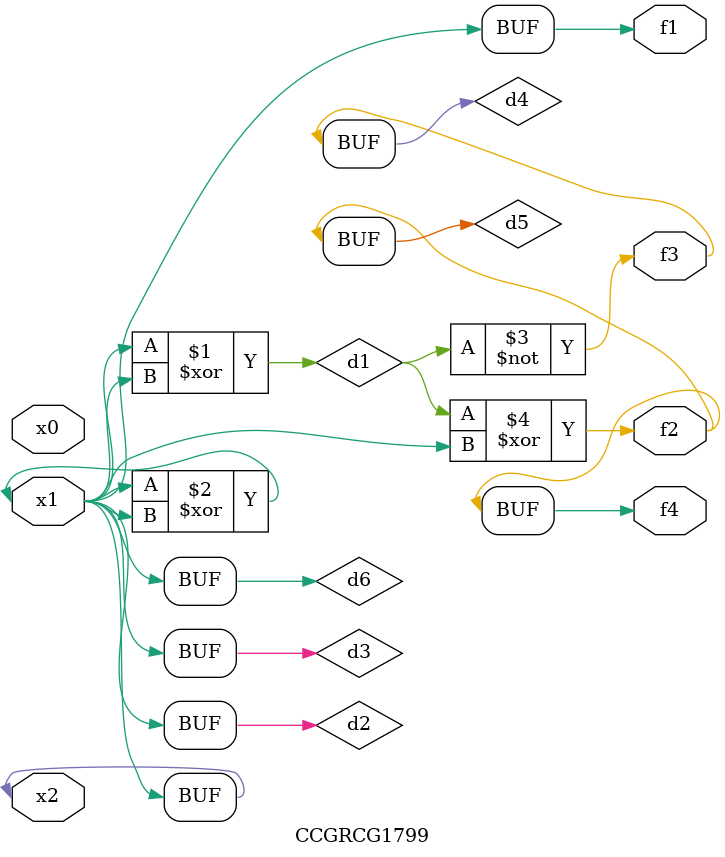
<source format=v>
module CCGRCG1799(
	input x0, x1, x2,
	output f1, f2, f3, f4
);

	wire d1, d2, d3, d4, d5, d6;

	xor (d1, x1, x2);
	buf (d2, x1, x2);
	xor (d3, x1, x2);
	nor (d4, d1);
	xor (d5, d1, d2);
	buf (d6, d2, d3);
	assign f1 = d6;
	assign f2 = d5;
	assign f3 = d4;
	assign f4 = d5;
endmodule

</source>
